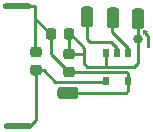
<source format=gbr>
%TF.GenerationSoftware,KiCad,Pcbnew,(6.0.8)*%
%TF.CreationDate,2022-12-22T05:05:54-05:00*%
%TF.ProjectId,2-input-or-gate,322d696e-7075-4742-9d6f-722d67617465,rev?*%
%TF.SameCoordinates,Original*%
%TF.FileFunction,Copper,L1,Top*%
%TF.FilePolarity,Positive*%
%FSLAX46Y46*%
G04 Gerber Fmt 4.6, Leading zero omitted, Abs format (unit mm)*
G04 Created by KiCad (PCBNEW (6.0.8)) date 2022-12-22 05:05:54*
%MOMM*%
%LPD*%
G01*
G04 APERTURE LIST*
G04 Aperture macros list*
%AMRoundRect*
0 Rectangle with rounded corners*
0 $1 Rounding radius*
0 $2 $3 $4 $5 $6 $7 $8 $9 X,Y pos of 4 corners*
0 Add a 4 corners polygon primitive as box body*
4,1,4,$2,$3,$4,$5,$6,$7,$8,$9,$2,$3,0*
0 Add four circle primitives for the rounded corners*
1,1,$1+$1,$2,$3*
1,1,$1+$1,$4,$5*
1,1,$1+$1,$6,$7*
1,1,$1+$1,$8,$9*
0 Add four rect primitives between the rounded corners*
20,1,$1+$1,$2,$3,$4,$5,0*
20,1,$1+$1,$4,$5,$6,$7,0*
20,1,$1+$1,$6,$7,$8,$9,0*
20,1,$1+$1,$8,$9,$2,$3,0*%
G04 Aperture macros list end*
%TA.AperFunction,NonConductor*%
%ADD10C,0.010000*%
%TD*%
%TA.AperFunction,SMDPad,CuDef*%
%ADD11RoundRect,0.250000X-0.250000X0.639000X-0.250000X-0.639000X0.250000X-0.639000X0.250000X0.639000X0*%
%TD*%
%TA.AperFunction,SMDPad,CuDef*%
%ADD12RoundRect,0.250000X-0.639000X-0.250000X0.639000X-0.250000X0.639000X0.250000X-0.639000X0.250000X0*%
%TD*%
%TA.AperFunction,SMDPad,CuDef*%
%ADD13RoundRect,0.250000X0.250000X-0.639000X0.250000X0.639000X-0.250000X0.639000X-0.250000X-0.639000X0*%
%TD*%
%TA.AperFunction,SMDPad,CuDef*%
%ADD14RoundRect,0.127000X-1.016000X-0.127000X1.016000X-0.127000X1.016000X0.127000X-1.016000X0.127000X0*%
%TD*%
%TA.AperFunction,SMDPad,CuDef*%
%ADD15RoundRect,0.127000X1.016000X0.127000X-1.016000X0.127000X-1.016000X-0.127000X1.016000X-0.127000X0*%
%TD*%
%TA.AperFunction,SMDPad,CuDef*%
%ADD16RoundRect,0.225000X0.250000X-0.225000X0.250000X0.225000X-0.250000X0.225000X-0.250000X-0.225000X0*%
%TD*%
%TA.AperFunction,SMDPad,CuDef*%
%ADD17R,0.510000X0.700000*%
%TD*%
%TA.AperFunction,SMDPad,CuDef*%
%ADD18RoundRect,0.225000X-0.225000X-0.250000X0.225000X-0.250000X0.225000X0.250000X-0.225000X0.250000X0*%
%TD*%
%TA.AperFunction,ViaPad*%
%ADD19C,0.800000*%
%TD*%
%TA.AperFunction,Conductor*%
%ADD20C,0.250000*%
%TD*%
G04 APERTURE END LIST*
D10*
G36*
X154431148Y-93957377D02*
G01*
X154331148Y-94057377D01*
X154581148Y-94357377D01*
X154581148Y-95307377D01*
X154431148Y-95307377D01*
X154431148Y-94457377D01*
X154181148Y-94157377D01*
X154081148Y-94257377D01*
X154081148Y-93857377D01*
X154431148Y-93957377D01*
G37*
X154431148Y-93957377D02*
X154331148Y-94057377D01*
X154581148Y-94357377D01*
X154581148Y-95307377D01*
X154431148Y-95307377D01*
X154431148Y-94457377D01*
X154181148Y-94157377D01*
X154081148Y-94257377D01*
X154081148Y-93857377D01*
X154431148Y-93957377D01*
D11*
%TO.P,,B*%
%TO.N,B*%
X151511000Y-92862400D03*
%TD*%
D12*
%TO.P,,B*%
%TO.N,VCC5V*%
X147701000Y-99187000D03*
%TD*%
D11*
%TO.P,,1*%
%TO.N,GND*%
X153670000Y-92913200D03*
%TD*%
D13*
%TO.P,,1*%
%TO.N,A*%
X149352000Y-92811600D03*
%TD*%
D14*
%TO.P,,4*%
%TO.N,CE*%
X143500000Y-102000000D03*
%TD*%
D15*
%TO.P,,1*%
%TO.N,VCC5V*%
X143400000Y-91850000D03*
%TD*%
D16*
%TO.P,C2,5*%
%TO.N,VCC5V*%
X147777200Y-97472800D03*
%TO.P,C2,6*%
%TO.N,GND*%
X147777200Y-95922800D03*
%TD*%
D17*
%TO.P,U5,1*%
%TO.N,B*%
X152816600Y-95842600D03*
%TO.P,U5,2*%
%TO.N,A*%
X151866600Y-95842600D03*
%TO.P,U5,3*%
%TO.N,GND*%
X150916600Y-95842600D03*
%TO.P,U5,4*%
%TO.N,CE*%
X150916600Y-98162600D03*
%TO.P,U5,6*%
%TO.N,VCC5V*%
X152816600Y-98162600D03*
%TD*%
D16*
%TO.P,R1,2*%
%TO.N,VCC5V*%
X145000000Y-95750000D03*
%TO.P,R1,3*%
%TO.N,CE*%
X145000000Y-97300000D03*
%TD*%
D18*
%TO.P,C1,5*%
%TO.N,VCC5V*%
X146225000Y-94250000D03*
%TO.P,C1,6*%
%TO.N,GND*%
X147775000Y-94250000D03*
%TD*%
D19*
%TO.N,GND*%
X153670000Y-94610000D03*
%TD*%
D20*
%TO.N,GND*%
X149047200Y-95961200D02*
X149008800Y-95922800D01*
X147777200Y-95922800D02*
X147777200Y-94252200D01*
X153670000Y-96640000D02*
X153332800Y-96977200D01*
X149326600Y-96977200D02*
X149047200Y-96697800D01*
X153332800Y-96977200D02*
X149326600Y-96977200D01*
X147777200Y-94252200D02*
X147775000Y-94250000D01*
X153670000Y-92913200D02*
X153670000Y-94610000D01*
X147920200Y-94250000D02*
X147775000Y-94250000D01*
X149008800Y-95922800D02*
X147777200Y-95922800D01*
X153670000Y-94610000D02*
X153670000Y-96640000D01*
X150916600Y-96809600D02*
X150916600Y-95842600D01*
X149047200Y-96697800D02*
X149047200Y-95961200D01*
X147560000Y-94465000D02*
X147775000Y-94250000D01*
X149047200Y-95377000D02*
X147920200Y-94250000D01*
X149047200Y-95961200D02*
X149047200Y-95377000D01*
%TO.N,CE*%
X145000000Y-99300000D02*
X145000000Y-97300000D01*
X145000000Y-99300000D02*
X145000000Y-98800000D01*
X144775000Y-97550000D02*
X144800000Y-97575000D01*
X144500000Y-102000000D02*
X145000000Y-101500000D01*
X145687000Y-97300000D02*
X146634800Y-98247800D01*
X145000000Y-98800000D02*
X145000000Y-98500000D01*
X150831400Y-98247800D02*
X150916600Y-98162600D01*
X145000000Y-97300000D02*
X145687000Y-97300000D01*
X146634800Y-98247800D02*
X150831400Y-98247800D01*
X145000000Y-101500000D02*
X145000000Y-99300000D01*
X143500000Y-102000000D02*
X144500000Y-102000000D01*
X144750000Y-97550000D02*
X144775000Y-97550000D01*
%TO.N,A*%
X151358600Y-94894400D02*
X151866600Y-95402400D01*
X149352000Y-94640400D02*
X149606000Y-94894400D01*
X149352000Y-92811600D02*
X149352000Y-94640400D01*
X149606000Y-94894400D02*
X151358600Y-94894400D01*
X151866600Y-95402400D02*
X151866600Y-95842600D01*
%TO.N,B*%
X152816600Y-95396600D02*
X152816600Y-95842600D01*
X151434800Y-92862400D02*
X151434800Y-94014800D01*
X151434800Y-94014800D02*
X152816600Y-95396600D01*
%TO.N,VCC5V*%
X144950000Y-92770000D02*
X144950000Y-92975000D01*
X144950000Y-91850000D02*
X144950000Y-92770000D01*
X147701000Y-97549000D02*
X147777200Y-97472800D01*
X147701000Y-99187000D02*
X152577800Y-99187000D01*
X152667000Y-97472800D02*
X152816600Y-97622400D01*
X144950000Y-92975000D02*
X146225000Y-94250000D01*
X152816600Y-98948200D02*
X152816600Y-98162600D01*
X143550000Y-91850000D02*
X144950000Y-91850000D01*
X145000000Y-95750000D02*
X144750000Y-95500000D01*
X144950000Y-95700000D02*
X145000000Y-95750000D01*
X152816600Y-97622400D02*
X152816600Y-98162600D01*
X146225000Y-95920600D02*
X146225000Y-94250000D01*
X147777200Y-97472800D02*
X146225000Y-95920600D01*
X152577800Y-99187000D02*
X152816600Y-98948200D01*
X147777200Y-97472800D02*
X152667000Y-97472800D01*
X144950000Y-92770000D02*
X144950000Y-95700000D01*
X146000000Y-94025000D02*
X146225000Y-94250000D01*
%TD*%
M02*

</source>
